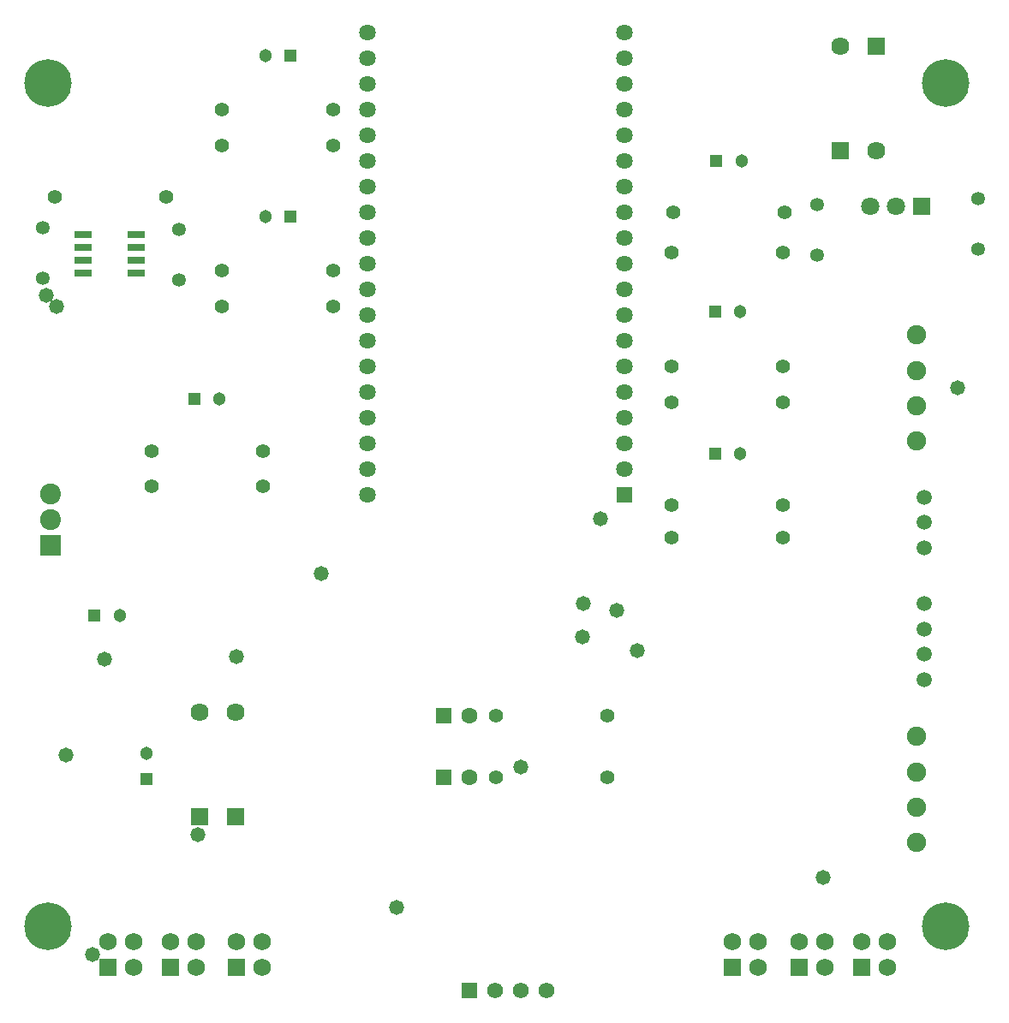
<source format=gts>
G04*
G04 #@! TF.GenerationSoftware,Altium Limited,Altium Designer,23.8.1 (32)*
G04*
G04 Layer_Color=8388736*
%FSLAX25Y25*%
%MOIN*%
G70*
G04*
G04 #@! TF.SameCoordinates,C7E29C90-252A-4D1B-ADA4-5BBD7A111965*
G04*
G04*
G04 #@! TF.FilePolarity,Negative*
G04*
G01*
G75*
%ADD17R,0.06706X0.03162*%
%ADD18R,0.05131X0.05131*%
%ADD19C,0.05131*%
%ADD20C,0.05524*%
%ADD21C,0.05328*%
%ADD22R,0.07119X0.07119*%
%ADD23C,0.07119*%
%ADD24R,0.07060X0.07060*%
%ADD25C,0.07060*%
%ADD26C,0.05900*%
%ADD27C,0.07500*%
%ADD28R,0.05131X0.05131*%
%ADD29R,0.06417X0.06417*%
%ADD30C,0.06417*%
%ADD31C,0.06824*%
%ADD32R,0.06824X0.06824*%
%ADD33R,0.08123X0.08123*%
%ADD34C,0.08123*%
%ADD35R,0.06312X0.06312*%
%ADD36C,0.06312*%
%ADD37R,0.06194X0.06194*%
%ADD38C,0.06194*%
%ADD39C,0.18517*%
%ADD40C,0.05800*%
D17*
X151933Y437000D02*
D03*
Y442000D02*
D03*
Y447000D02*
D03*
Y452000D02*
D03*
X131067D02*
D03*
Y447000D02*
D03*
Y442000D02*
D03*
Y437000D02*
D03*
D18*
X211921Y459000D02*
D03*
X377079Y366500D02*
D03*
Y422000D02*
D03*
X211921Y521500D02*
D03*
X377579Y480500D02*
D03*
X174500Y388000D02*
D03*
X135579Y303500D02*
D03*
D19*
X202079Y459000D02*
D03*
X386921Y366500D02*
D03*
X156000Y249843D02*
D03*
X386921Y422000D02*
D03*
X202079Y521500D02*
D03*
X387421Y480500D02*
D03*
X184343Y388000D02*
D03*
X145421Y303500D02*
D03*
D20*
X201154Y367500D02*
D03*
X157846D02*
D03*
Y354000D02*
D03*
X201154D02*
D03*
X403654Y334000D02*
D03*
X360346D02*
D03*
Y346500D02*
D03*
X403654D02*
D03*
X292000Y240500D02*
D03*
X335307D02*
D03*
X292000Y264500D02*
D03*
X335307D02*
D03*
X404154Y460500D02*
D03*
X360846D02*
D03*
X360346Y445000D02*
D03*
X403654D02*
D03*
Y400500D02*
D03*
X360346D02*
D03*
X403654Y386500D02*
D03*
X360346D02*
D03*
X185346Y424000D02*
D03*
X228654D02*
D03*
X185346Y438000D02*
D03*
X228654D02*
D03*
X185346Y500500D02*
D03*
X228654D02*
D03*
Y486500D02*
D03*
X185346D02*
D03*
X120346Y466500D02*
D03*
X163654D02*
D03*
D21*
X168500Y434157D02*
D03*
Y453843D02*
D03*
X115500Y434815D02*
D03*
Y454500D02*
D03*
X417000Y444000D02*
D03*
Y463685D02*
D03*
X479500Y446157D02*
D03*
Y465843D02*
D03*
D22*
X457500Y462988D02*
D03*
D23*
X447500D02*
D03*
X437500D02*
D03*
D24*
X440000Y525394D02*
D03*
X176500Y225106D02*
D03*
X426000Y484606D02*
D03*
X190500Y225106D02*
D03*
D25*
X440000Y484606D02*
D03*
X176500Y265894D02*
D03*
X426000Y525394D02*
D03*
X190500Y265894D02*
D03*
D26*
X458500Y349686D02*
D03*
Y339843D02*
D03*
Y330000D02*
D03*
Y308185D02*
D03*
Y298343D02*
D03*
Y288500D02*
D03*
Y278657D02*
D03*
D27*
X455500Y215161D02*
D03*
Y228941D02*
D03*
Y242720D02*
D03*
Y256500D02*
D03*
Y371500D02*
D03*
Y385280D02*
D03*
Y399059D02*
D03*
Y412839D02*
D03*
D28*
X156000Y240000D02*
D03*
D29*
X342000Y350500D02*
D03*
D30*
Y360500D02*
D03*
Y370500D02*
D03*
Y380500D02*
D03*
Y390500D02*
D03*
Y400500D02*
D03*
Y410500D02*
D03*
Y420500D02*
D03*
Y430500D02*
D03*
Y440500D02*
D03*
Y450500D02*
D03*
Y460500D02*
D03*
Y470500D02*
D03*
Y480500D02*
D03*
Y490500D02*
D03*
Y500500D02*
D03*
Y510500D02*
D03*
Y520500D02*
D03*
Y530500D02*
D03*
X242000D02*
D03*
Y520500D02*
D03*
Y510500D02*
D03*
Y500500D02*
D03*
Y490500D02*
D03*
Y480500D02*
D03*
Y470500D02*
D03*
Y460500D02*
D03*
Y450500D02*
D03*
Y440500D02*
D03*
Y430500D02*
D03*
Y420500D02*
D03*
Y410500D02*
D03*
Y400500D02*
D03*
Y390500D02*
D03*
Y380500D02*
D03*
Y370500D02*
D03*
Y360500D02*
D03*
Y350500D02*
D03*
D31*
X394000Y176500D02*
D03*
Y166500D02*
D03*
X384000Y176500D02*
D03*
X419748D02*
D03*
Y166500D02*
D03*
X409748Y176500D02*
D03*
X444252D02*
D03*
Y166500D02*
D03*
X434252Y176500D02*
D03*
X175252D02*
D03*
Y166500D02*
D03*
X165252Y176500D02*
D03*
X150748D02*
D03*
Y166500D02*
D03*
X140748Y176500D02*
D03*
X201000D02*
D03*
Y166500D02*
D03*
X191000Y176500D02*
D03*
D32*
X384000Y166500D02*
D03*
X409748D02*
D03*
X434252D02*
D03*
X165252D02*
D03*
X140748D02*
D03*
X191000D02*
D03*
D33*
X118500Y331000D02*
D03*
D34*
Y341000D02*
D03*
Y351000D02*
D03*
D35*
X271500Y264500D02*
D03*
Y240500D02*
D03*
D36*
X281500Y264500D02*
D03*
Y240500D02*
D03*
D37*
Y157500D02*
D03*
D38*
X291500D02*
D03*
X301500D02*
D03*
X311500D02*
D03*
D39*
X117500Y511000D02*
D03*
Y182500D02*
D03*
X467000Y511000D02*
D03*
Y182500D02*
D03*
D40*
X134900Y171700D02*
D03*
X124400Y249300D02*
D03*
X139600Y286500D02*
D03*
X471500Y392200D02*
D03*
X224000Y320000D02*
D03*
X190800Y287700D02*
D03*
X346800Y289900D02*
D03*
X301500Y244600D02*
D03*
X332700Y341100D02*
D03*
X338800Y305700D02*
D03*
X325900Y308400D02*
D03*
X419100Y201652D02*
D03*
X175900Y218400D02*
D03*
X325600Y295100D02*
D03*
X253100Y189900D02*
D03*
X121000Y424000D02*
D03*
X116908Y428092D02*
D03*
M02*

</source>
